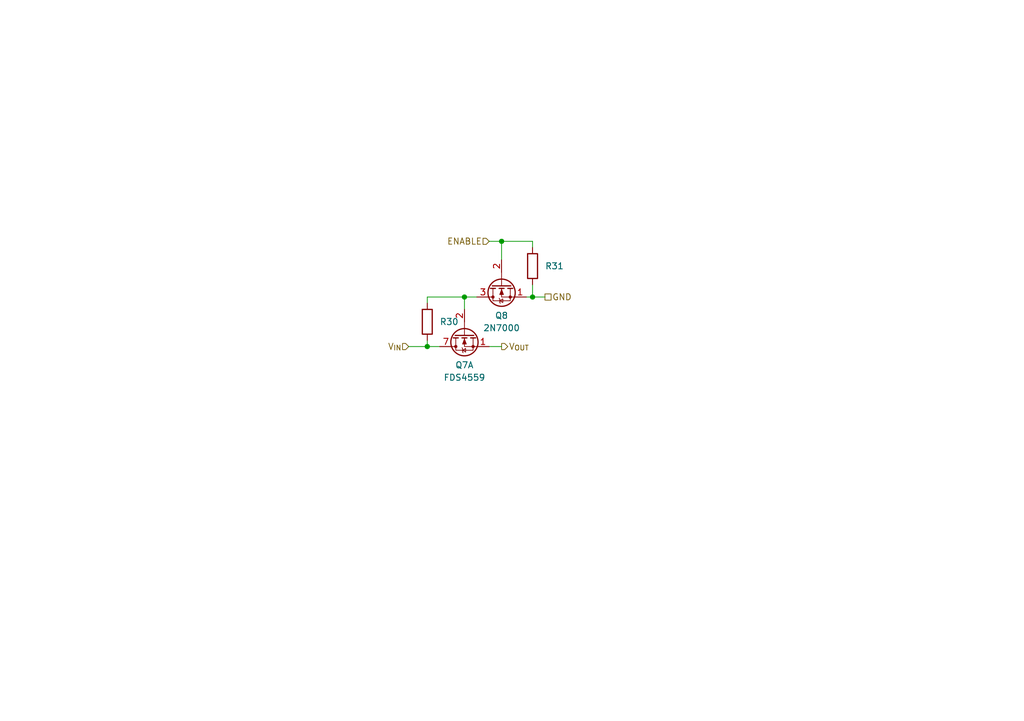
<source format=kicad_sch>
(kicad_sch (version 20231120) (generator "eeschema") (generator_version "8.0")
  (paper "A5")
  (title_block (title "Power Cutter") (date "2024-11-03") (rev "1.0"))
  (lib_symbols
    (symbol "CREPP_Resistors:Resistor_THT_250mW (standard)" (pin_numbers hide) (pin_names (offset 0))
      (property "Reference" "R" (at 2.032 0 90))
      (symbol "Resistor_THT_250mW (standard)_0_1"
        (rectangle (start -1.016 -2.54) (end 1.016 2.54) (stroke (width 0.254)))
      )
      (symbol "Resistor_THT_250mW (standard)_1_1"
        (pin passive line (at 0 3.81 270) (length 1.27) (name "~") (number "1"))
        (pin passive line (at 0 -3.81 90) (length 1.27) (name "~") (number "2"))
      )
    )
    (symbol "Transistor_FET:2N7000" (pin_names hide)
      (property "Reference" "Q" (at 5.08 1.905 0))
      (property "Value" "2N7000" (at 5.08 0 0))
      (symbol "2N7000_0_1"
        (polyline (pts (xy 0.254 0) (xy -2.54 0)))
        (polyline (pts (xy 0.254 1.905) (xy 0.254 -1.905)) (stroke (width 0.254)))
        (polyline (pts (xy 0.762 -1.27) (xy 0.762 -2.286)) (stroke (width 0.254)))
        (polyline (pts (xy 0.762 0.508) (xy 0.762 -0.508)) (stroke (width 0.254)))
        (polyline (pts (xy 0.762 2.286) (xy 0.762 1.27)) (stroke (width 0.254)))
        (polyline (pts (xy 2.54 2.54) (xy 2.54 1.778)))
        (polyline (pts (xy 2.54 -2.54) (xy 2.54 0) (xy 0.762 0)))
        (polyline (pts (xy 0.762 -1.778) (xy 3.302 -1.778) (xy 3.302 1.778) (xy 0.762 1.778)))
        (polyline (pts (xy 1.016 0) (xy 2.032 0.381) (xy 2.032 -0.381) (xy 1.016 0)) (fill (type outline)))
        (polyline (pts (xy 2.794 0.508) (xy 2.921 0.381) (xy 3.683 0.381) (xy 3.81 0.254)))
        (polyline (pts (xy 3.302 0.381) (xy 2.921 -0.254) (xy 3.683 -0.254) (xy 3.302 0.381)))
        (circle (center 1.651 0) (radius 2.794) (stroke (width 0.254)))
        (circle (center 2.54 -1.778) (radius 0.254) (fill (type outline)))
        (circle (center 2.54 1.778) (radius 0.254) (fill (type outline)))
      )
      (symbol "2N7000_1_1"
        (pin passive line (at 2.54 -5.08 90) (length 2.54) (name "S") (number "1"))
        (pin input line (at -5.08 0 0) (length 2.54) (name "G") (number "2"))
        (pin passive line (at 2.54 5.08 270) (length 2.54) (name "D") (number "3"))
      )
    )
    (symbol "Transistor_FET:FDS4559" (pin_names hide)
      (property "Reference" "Q" (at 5.08 1.905 0))
      (property "Value" "FDS4559" (at 5.08 0 0))
      (symbol "FDS4559_0_1"
        (polyline (pts (xy 0.254 0) (xy -2.54 0)))
        (polyline (pts (xy 0.254 1.905) (xy 0.254 -1.905)) (stroke (width 0.254)))
        (polyline (pts (xy 0.762 -1.27) (xy 0.762 -2.286)) (stroke (width 0.254)))
        (polyline (pts (xy 0.762 0.508) (xy 0.762 -0.508)) (stroke (width 0.254)))
        (polyline (pts (xy 0.762 2.286) (xy 0.762 1.27)) (stroke (width 0.254)))
        (polyline (pts (xy 2.54 2.54) (xy 2.54 1.778)))
        (polyline (pts (xy 2.54 -2.54) (xy 2.54 0) (xy 0.762 0)))
        (polyline (pts (xy 0.762 -1.778) (xy 3.302 -1.778) (xy 3.302 1.778) (xy 0.762 1.778)))
        (circle (center 1.651 0) (radius 2.794) (stroke (width 0.254)))
        (circle (center 2.54 -1.778) (radius 0.254) (fill (type outline)))
        (circle (center 2.54 1.778) (radius 0.254) (fill (type outline)))
      )
      (symbol "FDS4559_1_1"
        (polyline (pts (xy 1.016 0) (xy 2.032 0.381) (xy 2.032 -0.381) (xy 1.016 0)) (fill (type outline)))
        (polyline (pts (xy 2.794 0.508) (xy 2.921 0.381) (xy 3.683 0.381) (xy 3.81 0.254)))
        (polyline (pts (xy 3.302 0.381) (xy 2.921 -0.254) (xy 3.683 -0.254) (xy 3.302 0.381)))
        (pin passive line (at 2.54 -5.08 90) (length 2.54) (name "S") (number "1"))
        (pin input line (at -5.08 0 0) (length 2.54) (name "G") (number "2"))
        (pin passive line (at 2.54 5.08 270) (length 2.54) (name "D") (number "7"))
        (pin passive line (at 2.54 5.08 270) (length 2.54) hide (name "D") (number "8"))
      )
      (symbol "FDS4559_2_1"
        (polyline (pts (xy 2.286 0) (xy 1.27 0.381) (xy 1.27 -0.381) (xy 2.286 0)) (fill (type outline)))
        (polyline (pts (xy 2.794 -0.508) (xy 2.921 -0.381) (xy 3.683 -0.381) (xy 3.81 -0.254)))
        (polyline (pts (xy 3.302 -0.381) (xy 2.921 0.254) (xy 3.683 0.254) (xy 3.302 -0.381)))
        (pin passive line (at 2.54 -5.08 90) (length 2.54) (name "1") (number "3"))
        (pin input line (at -5.08 0 0) (length 2.54) (name "G") (number "4"))
        (pin passive line (at 2.54 5.08 270) (length 2.54) (name "D") (number "5"))
        (pin passive line (at 2.54 5.08 270) (length 2.54) hide (name "D") (number "6"))
      )
    )
  )
  (junction (at 87.63 71.12))
  (junction (at 109.22 60.96))
  (junction (at 95.25 60.96))
  (junction (at 102.87 49.53))
  (wire (pts (xy 87.63 71.12) (xy 90.17 71.12)))
  (wire (pts (xy 95.25 60.96) (xy 95.25 63.5)))
  (wire (pts (xy 102.87 49.53) (xy 109.22 49.53)))
  (wire (pts (xy 87.63 69.85) (xy 87.63 71.12)))
  (wire (pts (xy 100.33 49.53) (xy 102.87 49.53)))
  (wire (pts (xy 109.22 60.96) (xy 107.95 60.96)))
  (wire (pts (xy 87.63 60.96) (xy 87.63 62.23)))
  (wire (pts (xy 109.22 58.42) (xy 109.22 60.96)))
  (wire (pts (xy 95.25 60.96) (xy 97.79 60.96)))
  (wire (pts (xy 87.63 60.96) (xy 95.25 60.96)))
  (wire (pts (xy 109.22 49.53) (xy 109.22 50.8)))
  (wire (pts (xy 111.76 60.96) (xy 109.22 60.96)))
  (wire (pts (xy 83.82 71.12) (xy 87.63 71.12)))
  (wire (pts (xy 102.87 53.34) (xy 102.87 49.53)))
  (wire (pts (xy 100.33 71.12) (xy 102.87 71.12)))
  (hierarchical_label "ENABLE" (shape input) (at 100.33 49.53 180))
  (hierarchical_label "GND" (shape passive) (at 111.76 60.96 0))
  (hierarchical_label "V_{IN}" (shape input) (at 83.82 71.12 180))
  (hierarchical_label "V_{OUT}" (shape output) (at 102.87 71.12 0))
  (symbol (lib_id "CREPP_Resistors:Resistor_THT_250mW (standard)") (at 109.22 54.61 0) (unit 1)
    (property "Reference" "R31" (at 111.76 54.6099 0) (effects (justify left)))
    (property "Value" "10k" (effects (hide yes)))
    (property "Footprint" "Resistor_THT:R_Axial_DIN0207_L6.3mm_D2.5mm_P7.62mm_Horizontal" (effects (hide yes)))
    (property "Description" "Standard resistor - 1/4W - THT version" (effects (hide yes)))
    (instances (project "Base" (path "" (reference "R31") (unit 1)) (path "" (reference "R17") (unit 1)) (path "" (reference "R32") (unit 1)) (path "" (reference "R15") (unit 1)) (path "" (reference "R33") (unit 1))))
  )
  (symbol (lib_id "Transistor_FET:FDS4559") (at 95.25 68.58 90) (mirror x) (unit 1)
    (property "Reference" "Q7" (at 95.25 74.93 90))
    (property "Value" "FDS4559" (at 95.25 77.47 90))
    (property "Footprint" "Package_SO:SOIC-8_3.9x4.9mm_P1.27mm" (effects (hide yes)))
    (property "Datasheet" "https://www.onsemi.com/pub/Collateral/FDS4559-D.PDF" (effects (hide yes)))
    (property "Description" "4.5A Id, 60V Vds, Dual N and P Channel MOSFET, 55mOhm Ron, 10V Vgs, SO8L" (effects (hide yes)))
    (instances (project "Base" (path "" (reference "Q7") (unit 1)) (path "" (reference "Q5") (unit 1)) (path "" (reference "Q1") (unit 1)) (path "" (reference "Q2") (unit 1)) (path "" (reference "Q3") (unit 1))))
  )
  (symbol (lib_id "Transistor_FET:2N7000") (at 102.87 58.42 90) (mirror x) (unit 1)
    (property "Reference" "Q8" (at 102.87 64.77 90))
    (property "Value" "2N7000" (at 102.87 67.31 90))
    (property "Footprint" "Package_TO_SOT_THT:TO-92_Inline" (effects (hide yes)))
    (property "Datasheet" "https://www.vishay.com/docs/70226/70226.pdf" (effects (hide yes)))
    (property "Description" "0.2A Id, 200V Vds, N-Channel MOSFET, 2.6V Logic Level, TO-92" (effects (hide yes)))
    (instances (project "Base" (path "" (reference "Q8") (unit 1)) (path "" (reference "Q6") (unit 1)) (path "" (reference "Q9") (unit 1)) (path "" (reference "Q4") (unit 1)) (path "" (reference "Q10") (unit 1))))
  )
  (symbol (lib_id "CREPP_Resistors:Resistor_THT_250mW (standard)") (at 87.63 66.04 0) (unit 1)
    (property "Reference" "R30" (at 90.17 66.0399 0) (effects (justify left)))
    (property "Value" "10k" (effects (hide yes)))
    (property "Footprint" "Resistor_THT:R_Axial_DIN0207_L6.3mm_D2.5mm_P7.62mm_Horizontal" (effects (hide yes)))
    (property "Description" "Standard resistor - 1/4W - THT version" (effects (hide yes)))
    (instances (project "Base" (path "" (reference "R30") (unit 1)) (path "" (reference "R16") (unit 1)) (path "" (reference "R1") (unit 1)) (path "" (reference "R14") (unit 1)) (path "" (reference "R2") (unit 1))))
  )
)
</source>
